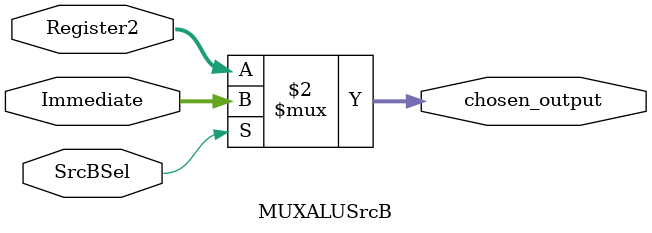
<source format=v>
`timescale 1ns / 1ps


// MUX สำหรับเลือกข้อมูลที่จะส่งเข้า ALU ช่องที่ 2
module MUXALUSrcB(
    input SrcBSel,                // เลือกว่าจะส่งข้อมูลไหน
    input [31:0] Immediate,       // Immediate
    input [31:0] Register2,       // ข้อมูลจาก Register2

    output [31:0] chosen_output   // ส่งข้อมูลที่เลือกออก
  );

  // 0 = Register2 (default)
  // 1 = Immediate
  assign chosen_output = (SrcBSel == 1'b1) ? Immediate : Register2;
endmodule

</source>
